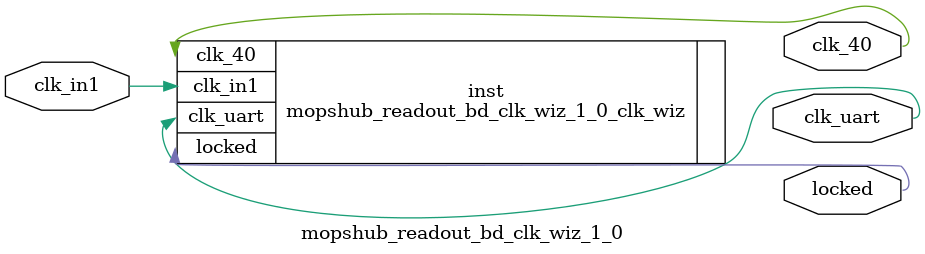
<source format=v>


`timescale 1ps/1ps

(* CORE_GENERATION_INFO = "mopshub_readout_bd_clk_wiz_1_0,clk_wiz_v6_0_6_0_0,{component_name=mopshub_readout_bd_clk_wiz_1_0,use_phase_alignment=true,use_min_o_jitter=false,use_max_i_jitter=false,use_dyn_phase_shift=false,use_inclk_switchover=false,use_dyn_reconfig=false,enable_axi=0,feedback_source=FDBK_AUTO,PRIMITIVE=MMCM,num_out_clk=2,clkin1_period=12.500,clkin2_period=10.000,use_power_down=false,use_reset=false,use_locked=true,use_inclk_stopped=false,feedback_type=SINGLE,CLOCK_MGR_TYPE=NA,manual_override=false}" *)

module mopshub_readout_bd_clk_wiz_1_0 
 (
  // Clock out ports
  output        clk_uart,
  output        clk_40,
  // Status and control signals
  output        locked,
 // Clock in ports
  input         clk_in1
 );

  mopshub_readout_bd_clk_wiz_1_0_clk_wiz inst
  (
  // Clock out ports  
  .clk_uart(clk_uart),
  .clk_40(clk_40),
  // Status and control signals               
  .locked(locked),
 // Clock in ports
  .clk_in1(clk_in1)
  );

endmodule

</source>
